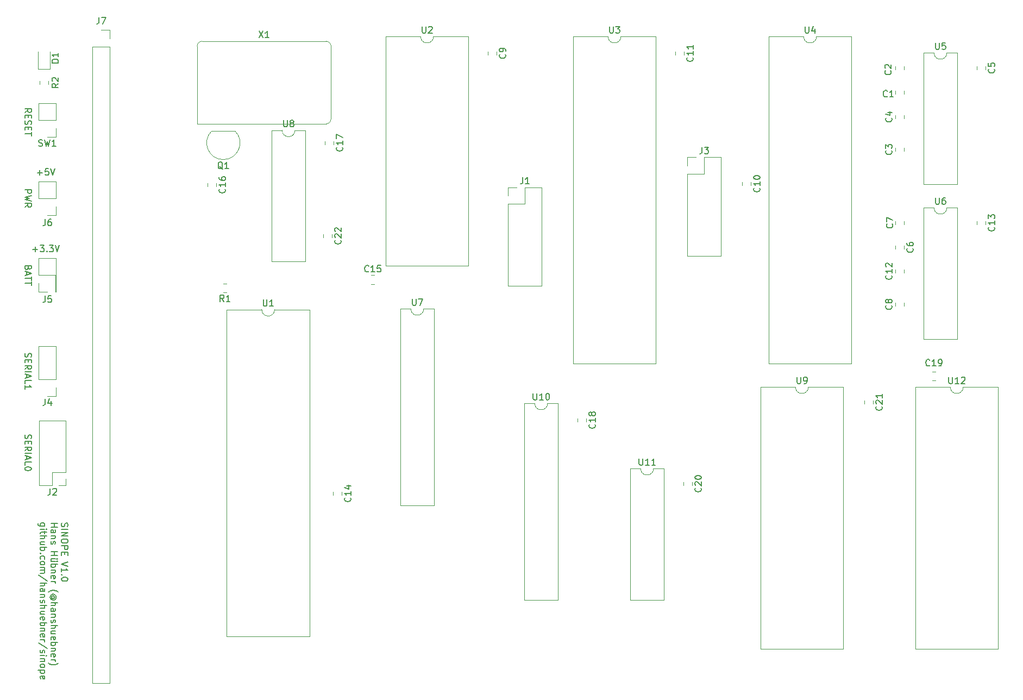
<source format=gbr>
G04 #@! TF.GenerationSoftware,KiCad,Pcbnew,(5.1.5-0-10_14)*
G04 #@! TF.CreationDate,2020-04-20T13:05:25+02:00*
G04 #@! TF.ProjectId,sinope,73696e6f-7065-42e6-9b69-6361645f7063,rev?*
G04 #@! TF.SameCoordinates,Original*
G04 #@! TF.FileFunction,Legend,Top*
G04 #@! TF.FilePolarity,Positive*
%FSLAX46Y46*%
G04 Gerber Fmt 4.6, Leading zero omitted, Abs format (unit mm)*
G04 Created by KiCad (PCBNEW (5.1.5-0-10_14)) date 2020-04-20 13:05:25*
%MOMM*%
%LPD*%
G04 APERTURE LIST*
%ADD10C,0.150000*%
%ADD11C,0.120000*%
G04 APERTURE END LIST*
D10*
X46457238Y-102395976D02*
X46409619Y-102538833D01*
X46409619Y-102776928D01*
X46457238Y-102872166D01*
X46504857Y-102919785D01*
X46600095Y-102967404D01*
X46695333Y-102967404D01*
X46790571Y-102919785D01*
X46838190Y-102872166D01*
X46885809Y-102776928D01*
X46933428Y-102586452D01*
X46981047Y-102491214D01*
X47028666Y-102443595D01*
X47123904Y-102395976D01*
X47219142Y-102395976D01*
X47314380Y-102443595D01*
X47362000Y-102491214D01*
X47409619Y-102586452D01*
X47409619Y-102824547D01*
X47362000Y-102967404D01*
X46409619Y-103395976D02*
X47409619Y-103395976D01*
X46409619Y-103872166D02*
X47409619Y-103872166D01*
X46409619Y-104443595D01*
X47409619Y-104443595D01*
X47409619Y-105110261D02*
X47409619Y-105300738D01*
X47362000Y-105395976D01*
X47266761Y-105491214D01*
X47076285Y-105538833D01*
X46742952Y-105538833D01*
X46552476Y-105491214D01*
X46457238Y-105395976D01*
X46409619Y-105300738D01*
X46409619Y-105110261D01*
X46457238Y-105015023D01*
X46552476Y-104919785D01*
X46742952Y-104872166D01*
X47076285Y-104872166D01*
X47266761Y-104919785D01*
X47362000Y-105015023D01*
X47409619Y-105110261D01*
X46409619Y-105967404D02*
X47409619Y-105967404D01*
X47409619Y-106348357D01*
X47362000Y-106443595D01*
X47314380Y-106491214D01*
X47219142Y-106538833D01*
X47076285Y-106538833D01*
X46981047Y-106491214D01*
X46933428Y-106443595D01*
X46885809Y-106348357D01*
X46885809Y-105967404D01*
X46933428Y-106967404D02*
X46933428Y-107300738D01*
X46409619Y-107443595D02*
X46409619Y-106967404D01*
X47409619Y-106967404D01*
X47409619Y-107443595D01*
X47409619Y-108491214D02*
X46409619Y-108824547D01*
X47409619Y-109157880D01*
X46409619Y-110015023D02*
X46409619Y-109443595D01*
X46409619Y-109729309D02*
X47409619Y-109729309D01*
X47266761Y-109634071D01*
X47171523Y-109538833D01*
X47123904Y-109443595D01*
X46504857Y-110443595D02*
X46457238Y-110491214D01*
X46409619Y-110443595D01*
X46457238Y-110395976D01*
X46504857Y-110443595D01*
X46409619Y-110443595D01*
X47409619Y-111110261D02*
X47409619Y-111205500D01*
X47362000Y-111300738D01*
X47314380Y-111348357D01*
X47219142Y-111395976D01*
X47028666Y-111443595D01*
X46790571Y-111443595D01*
X46600095Y-111395976D01*
X46504857Y-111348357D01*
X46457238Y-111300738D01*
X46409619Y-111205500D01*
X46409619Y-111110261D01*
X46457238Y-111015023D01*
X46504857Y-110967404D01*
X46600095Y-110919785D01*
X46790571Y-110872166D01*
X47028666Y-110872166D01*
X47219142Y-110919785D01*
X47314380Y-110967404D01*
X47362000Y-111015023D01*
X47409619Y-111110261D01*
X44759619Y-102443595D02*
X45759619Y-102443595D01*
X45283428Y-102443595D02*
X45283428Y-103015023D01*
X44759619Y-103015023D02*
X45759619Y-103015023D01*
X44759619Y-103919785D02*
X45283428Y-103919785D01*
X45378666Y-103872166D01*
X45426285Y-103776928D01*
X45426285Y-103586452D01*
X45378666Y-103491214D01*
X44807238Y-103919785D02*
X44759619Y-103824547D01*
X44759619Y-103586452D01*
X44807238Y-103491214D01*
X44902476Y-103443595D01*
X44997714Y-103443595D01*
X45092952Y-103491214D01*
X45140571Y-103586452D01*
X45140571Y-103824547D01*
X45188190Y-103919785D01*
X45426285Y-104395976D02*
X44759619Y-104395976D01*
X45331047Y-104395976D02*
X45378666Y-104443595D01*
X45426285Y-104538833D01*
X45426285Y-104681690D01*
X45378666Y-104776928D01*
X45283428Y-104824547D01*
X44759619Y-104824547D01*
X44807238Y-105253119D02*
X44759619Y-105348357D01*
X44759619Y-105538833D01*
X44807238Y-105634071D01*
X44902476Y-105681690D01*
X44950095Y-105681690D01*
X45045333Y-105634071D01*
X45092952Y-105538833D01*
X45092952Y-105395976D01*
X45140571Y-105300738D01*
X45235809Y-105253119D01*
X45283428Y-105253119D01*
X45378666Y-105300738D01*
X45426285Y-105395976D01*
X45426285Y-105538833D01*
X45378666Y-105634071D01*
X44759619Y-106872166D02*
X45759619Y-106872166D01*
X45283428Y-106872166D02*
X45283428Y-107443595D01*
X44759619Y-107443595D02*
X45759619Y-107443595D01*
X45426285Y-108348357D02*
X44759619Y-108348357D01*
X45426285Y-107919785D02*
X44902476Y-107919785D01*
X44807238Y-107967404D01*
X44759619Y-108062642D01*
X44759619Y-108205500D01*
X44807238Y-108300738D01*
X44854857Y-108348357D01*
X45759619Y-107967404D02*
X45712000Y-108015023D01*
X45664380Y-107967404D01*
X45712000Y-107919785D01*
X45759619Y-107967404D01*
X45664380Y-107967404D01*
X45759619Y-108348357D02*
X45712000Y-108395976D01*
X45664380Y-108348357D01*
X45712000Y-108300738D01*
X45759619Y-108348357D01*
X45664380Y-108348357D01*
X44759619Y-108824547D02*
X45759619Y-108824547D01*
X45378666Y-108824547D02*
X45426285Y-108919785D01*
X45426285Y-109110261D01*
X45378666Y-109205500D01*
X45331047Y-109253119D01*
X45235809Y-109300738D01*
X44950095Y-109300738D01*
X44854857Y-109253119D01*
X44807238Y-109205500D01*
X44759619Y-109110261D01*
X44759619Y-108919785D01*
X44807238Y-108824547D01*
X45426285Y-109729309D02*
X44759619Y-109729309D01*
X45331047Y-109729309D02*
X45378666Y-109776928D01*
X45426285Y-109872166D01*
X45426285Y-110015023D01*
X45378666Y-110110261D01*
X45283428Y-110157880D01*
X44759619Y-110157880D01*
X44807238Y-111015023D02*
X44759619Y-110919785D01*
X44759619Y-110729309D01*
X44807238Y-110634071D01*
X44902476Y-110586452D01*
X45283428Y-110586452D01*
X45378666Y-110634071D01*
X45426285Y-110729309D01*
X45426285Y-110919785D01*
X45378666Y-111015023D01*
X45283428Y-111062642D01*
X45188190Y-111062642D01*
X45092952Y-110586452D01*
X44759619Y-111491214D02*
X45426285Y-111491214D01*
X45235809Y-111491214D02*
X45331047Y-111538833D01*
X45378666Y-111586452D01*
X45426285Y-111681690D01*
X45426285Y-111776928D01*
X44378666Y-113157880D02*
X44426285Y-113110261D01*
X44569142Y-113015023D01*
X44664380Y-112967404D01*
X44807238Y-112919785D01*
X45045333Y-112872166D01*
X45235809Y-112872166D01*
X45473904Y-112919785D01*
X45616761Y-112967404D01*
X45712000Y-113015023D01*
X45854857Y-113110261D01*
X45902476Y-113157880D01*
X45235809Y-114157880D02*
X45283428Y-114110261D01*
X45331047Y-114015023D01*
X45331047Y-113919785D01*
X45283428Y-113824547D01*
X45235809Y-113776928D01*
X45140571Y-113729309D01*
X45045333Y-113729309D01*
X44950095Y-113776928D01*
X44902476Y-113824547D01*
X44854857Y-113919785D01*
X44854857Y-114015023D01*
X44902476Y-114110261D01*
X44950095Y-114157880D01*
X45331047Y-114157880D02*
X44950095Y-114157880D01*
X44902476Y-114205500D01*
X44902476Y-114253119D01*
X44950095Y-114348357D01*
X45045333Y-114395976D01*
X45283428Y-114395976D01*
X45426285Y-114300738D01*
X45521523Y-114157880D01*
X45569142Y-113967404D01*
X45521523Y-113776928D01*
X45426285Y-113634071D01*
X45283428Y-113538833D01*
X45092952Y-113491214D01*
X44902476Y-113538833D01*
X44759619Y-113634071D01*
X44664380Y-113776928D01*
X44616761Y-113967404D01*
X44664380Y-114157880D01*
X44759619Y-114300738D01*
X44759619Y-114824547D02*
X45759619Y-114824547D01*
X44759619Y-115253119D02*
X45283428Y-115253119D01*
X45378666Y-115205500D01*
X45426285Y-115110261D01*
X45426285Y-114967404D01*
X45378666Y-114872166D01*
X45331047Y-114824547D01*
X44759619Y-116157880D02*
X45283428Y-116157880D01*
X45378666Y-116110261D01*
X45426285Y-116015023D01*
X45426285Y-115824547D01*
X45378666Y-115729309D01*
X44807238Y-116157880D02*
X44759619Y-116062642D01*
X44759619Y-115824547D01*
X44807238Y-115729309D01*
X44902476Y-115681690D01*
X44997714Y-115681690D01*
X45092952Y-115729309D01*
X45140571Y-115824547D01*
X45140571Y-116062642D01*
X45188190Y-116157880D01*
X45426285Y-116634071D02*
X44759619Y-116634071D01*
X45331047Y-116634071D02*
X45378666Y-116681690D01*
X45426285Y-116776928D01*
X45426285Y-116919785D01*
X45378666Y-117015023D01*
X45283428Y-117062642D01*
X44759619Y-117062642D01*
X44807238Y-117491214D02*
X44759619Y-117586452D01*
X44759619Y-117776928D01*
X44807238Y-117872166D01*
X44902476Y-117919785D01*
X44950095Y-117919785D01*
X45045333Y-117872166D01*
X45092952Y-117776928D01*
X45092952Y-117634071D01*
X45140571Y-117538833D01*
X45235809Y-117491214D01*
X45283428Y-117491214D01*
X45378666Y-117538833D01*
X45426285Y-117634071D01*
X45426285Y-117776928D01*
X45378666Y-117872166D01*
X44759619Y-118348357D02*
X45759619Y-118348357D01*
X44759619Y-118776928D02*
X45283428Y-118776928D01*
X45378666Y-118729309D01*
X45426285Y-118634071D01*
X45426285Y-118491214D01*
X45378666Y-118395976D01*
X45331047Y-118348357D01*
X45426285Y-119681690D02*
X44759619Y-119681690D01*
X45426285Y-119253119D02*
X44902476Y-119253119D01*
X44807238Y-119300738D01*
X44759619Y-119395976D01*
X44759619Y-119538833D01*
X44807238Y-119634071D01*
X44854857Y-119681690D01*
X44807238Y-120538833D02*
X44759619Y-120443595D01*
X44759619Y-120253119D01*
X44807238Y-120157880D01*
X44902476Y-120110261D01*
X45283428Y-120110261D01*
X45378666Y-120157880D01*
X45426285Y-120253119D01*
X45426285Y-120443595D01*
X45378666Y-120538833D01*
X45283428Y-120586452D01*
X45188190Y-120586452D01*
X45092952Y-120110261D01*
X44759619Y-121015023D02*
X45759619Y-121015023D01*
X45378666Y-121015023D02*
X45426285Y-121110261D01*
X45426285Y-121300738D01*
X45378666Y-121395976D01*
X45331047Y-121443595D01*
X45235809Y-121491214D01*
X44950095Y-121491214D01*
X44854857Y-121443595D01*
X44807238Y-121395976D01*
X44759619Y-121300738D01*
X44759619Y-121110261D01*
X44807238Y-121015023D01*
X45426285Y-121919785D02*
X44759619Y-121919785D01*
X45331047Y-121919785D02*
X45378666Y-121967404D01*
X45426285Y-122062642D01*
X45426285Y-122205500D01*
X45378666Y-122300738D01*
X45283428Y-122348357D01*
X44759619Y-122348357D01*
X44807238Y-123205500D02*
X44759619Y-123110261D01*
X44759619Y-122919785D01*
X44807238Y-122824547D01*
X44902476Y-122776928D01*
X45283428Y-122776928D01*
X45378666Y-122824547D01*
X45426285Y-122919785D01*
X45426285Y-123110261D01*
X45378666Y-123205500D01*
X45283428Y-123253119D01*
X45188190Y-123253119D01*
X45092952Y-122776928D01*
X44759619Y-123681690D02*
X45426285Y-123681690D01*
X45235809Y-123681690D02*
X45331047Y-123729309D01*
X45378666Y-123776928D01*
X45426285Y-123872166D01*
X45426285Y-123967404D01*
X44378666Y-124205500D02*
X44426285Y-124253119D01*
X44569142Y-124348357D01*
X44664380Y-124395976D01*
X44807238Y-124443595D01*
X45045333Y-124491214D01*
X45235809Y-124491214D01*
X45473904Y-124443595D01*
X45616761Y-124395976D01*
X45711999Y-124348357D01*
X45854857Y-124253119D01*
X45902476Y-124205500D01*
X43776285Y-102872166D02*
X42966761Y-102872166D01*
X42871523Y-102824547D01*
X42823904Y-102776928D01*
X42776285Y-102681690D01*
X42776285Y-102538833D01*
X42823904Y-102443595D01*
X43157238Y-102872166D02*
X43109619Y-102776928D01*
X43109619Y-102586452D01*
X43157238Y-102491214D01*
X43204857Y-102443595D01*
X43300095Y-102395976D01*
X43585809Y-102395976D01*
X43681047Y-102443595D01*
X43728666Y-102491214D01*
X43776285Y-102586452D01*
X43776285Y-102776928D01*
X43728666Y-102872166D01*
X43109619Y-103348357D02*
X43776285Y-103348357D01*
X44109619Y-103348357D02*
X44062000Y-103300738D01*
X44014380Y-103348357D01*
X44062000Y-103395976D01*
X44109619Y-103348357D01*
X44014380Y-103348357D01*
X43776285Y-103681690D02*
X43776285Y-104062642D01*
X44109619Y-103824547D02*
X43252476Y-103824547D01*
X43157238Y-103872166D01*
X43109619Y-103967404D01*
X43109619Y-104062642D01*
X43109619Y-104395976D02*
X44109619Y-104395976D01*
X43109619Y-104824547D02*
X43633428Y-104824547D01*
X43728666Y-104776928D01*
X43776285Y-104681690D01*
X43776285Y-104538833D01*
X43728666Y-104443595D01*
X43681047Y-104395976D01*
X43776285Y-105729309D02*
X43109619Y-105729309D01*
X43776285Y-105300738D02*
X43252476Y-105300738D01*
X43157238Y-105348357D01*
X43109619Y-105443595D01*
X43109619Y-105586452D01*
X43157238Y-105681690D01*
X43204857Y-105729309D01*
X43109619Y-106205500D02*
X44109619Y-106205500D01*
X43728666Y-106205500D02*
X43776285Y-106300738D01*
X43776285Y-106491214D01*
X43728666Y-106586452D01*
X43681047Y-106634071D01*
X43585809Y-106681690D01*
X43300095Y-106681690D01*
X43204857Y-106634071D01*
X43157238Y-106586452D01*
X43109619Y-106491214D01*
X43109619Y-106300738D01*
X43157238Y-106205500D01*
X43204857Y-107110261D02*
X43157238Y-107157880D01*
X43109619Y-107110261D01*
X43157238Y-107062642D01*
X43204857Y-107110261D01*
X43109619Y-107110261D01*
X43157238Y-108015023D02*
X43109619Y-107919785D01*
X43109619Y-107729309D01*
X43157238Y-107634071D01*
X43204857Y-107586452D01*
X43300095Y-107538833D01*
X43585809Y-107538833D01*
X43681047Y-107586452D01*
X43728666Y-107634071D01*
X43776285Y-107729309D01*
X43776285Y-107919785D01*
X43728666Y-108015023D01*
X43109619Y-108586452D02*
X43157238Y-108491214D01*
X43204857Y-108443595D01*
X43300095Y-108395976D01*
X43585809Y-108395976D01*
X43681047Y-108443595D01*
X43728666Y-108491214D01*
X43776285Y-108586452D01*
X43776285Y-108729309D01*
X43728666Y-108824547D01*
X43681047Y-108872166D01*
X43585809Y-108919785D01*
X43300095Y-108919785D01*
X43204857Y-108872166D01*
X43157238Y-108824547D01*
X43109619Y-108729309D01*
X43109619Y-108586452D01*
X43109619Y-109348357D02*
X43776285Y-109348357D01*
X43681047Y-109348357D02*
X43728666Y-109395976D01*
X43776285Y-109491214D01*
X43776285Y-109634071D01*
X43728666Y-109729309D01*
X43633428Y-109776928D01*
X43109619Y-109776928D01*
X43633428Y-109776928D02*
X43728666Y-109824547D01*
X43776285Y-109919785D01*
X43776285Y-110062642D01*
X43728666Y-110157880D01*
X43633428Y-110205500D01*
X43109619Y-110205500D01*
X44157238Y-111395976D02*
X42871523Y-110538833D01*
X43109619Y-111729309D02*
X44109619Y-111729309D01*
X43109619Y-112157880D02*
X43633428Y-112157880D01*
X43728666Y-112110261D01*
X43776285Y-112015023D01*
X43776285Y-111872166D01*
X43728666Y-111776928D01*
X43681047Y-111729309D01*
X43109619Y-113062642D02*
X43633428Y-113062642D01*
X43728666Y-113015023D01*
X43776285Y-112919785D01*
X43776285Y-112729309D01*
X43728666Y-112634071D01*
X43157238Y-113062642D02*
X43109619Y-112967404D01*
X43109619Y-112729309D01*
X43157238Y-112634071D01*
X43252476Y-112586452D01*
X43347714Y-112586452D01*
X43442952Y-112634071D01*
X43490571Y-112729309D01*
X43490571Y-112967404D01*
X43538190Y-113062642D01*
X43776285Y-113538833D02*
X43109619Y-113538833D01*
X43681047Y-113538833D02*
X43728666Y-113586452D01*
X43776285Y-113681690D01*
X43776285Y-113824547D01*
X43728666Y-113919785D01*
X43633428Y-113967404D01*
X43109619Y-113967404D01*
X43157238Y-114395976D02*
X43109619Y-114491214D01*
X43109619Y-114681690D01*
X43157238Y-114776928D01*
X43252476Y-114824547D01*
X43300095Y-114824547D01*
X43395333Y-114776928D01*
X43442952Y-114681690D01*
X43442952Y-114538833D01*
X43490571Y-114443595D01*
X43585809Y-114395976D01*
X43633428Y-114395976D01*
X43728666Y-114443595D01*
X43776285Y-114538833D01*
X43776285Y-114681690D01*
X43728666Y-114776928D01*
X43109619Y-115253119D02*
X44109619Y-115253119D01*
X43109619Y-115681690D02*
X43633428Y-115681690D01*
X43728666Y-115634071D01*
X43776285Y-115538833D01*
X43776285Y-115395976D01*
X43728666Y-115300738D01*
X43681047Y-115253119D01*
X43776285Y-116586452D02*
X43109619Y-116586452D01*
X43776285Y-116157880D02*
X43252476Y-116157880D01*
X43157238Y-116205500D01*
X43109619Y-116300738D01*
X43109619Y-116443595D01*
X43157238Y-116538833D01*
X43204857Y-116586452D01*
X43157238Y-117443595D02*
X43109619Y-117348357D01*
X43109619Y-117157880D01*
X43157238Y-117062642D01*
X43252476Y-117015023D01*
X43633428Y-117015023D01*
X43728666Y-117062642D01*
X43776285Y-117157880D01*
X43776285Y-117348357D01*
X43728666Y-117443595D01*
X43633428Y-117491214D01*
X43538190Y-117491214D01*
X43442952Y-117015023D01*
X43109619Y-117919785D02*
X44109619Y-117919785D01*
X43728666Y-117919785D02*
X43776285Y-118015023D01*
X43776285Y-118205500D01*
X43728666Y-118300738D01*
X43681047Y-118348357D01*
X43585809Y-118395976D01*
X43300095Y-118395976D01*
X43204857Y-118348357D01*
X43157238Y-118300738D01*
X43109619Y-118205500D01*
X43109619Y-118015023D01*
X43157238Y-117919785D01*
X43776285Y-118824547D02*
X43109619Y-118824547D01*
X43681047Y-118824547D02*
X43728666Y-118872166D01*
X43776285Y-118967404D01*
X43776285Y-119110261D01*
X43728666Y-119205500D01*
X43633428Y-119253119D01*
X43109619Y-119253119D01*
X43157238Y-120110261D02*
X43109619Y-120015023D01*
X43109619Y-119824547D01*
X43157238Y-119729309D01*
X43252476Y-119681690D01*
X43633428Y-119681690D01*
X43728666Y-119729309D01*
X43776285Y-119824547D01*
X43776285Y-120015023D01*
X43728666Y-120110261D01*
X43633428Y-120157880D01*
X43538190Y-120157880D01*
X43442952Y-119681690D01*
X43109619Y-120586452D02*
X43776285Y-120586452D01*
X43585809Y-120586452D02*
X43681047Y-120634071D01*
X43728666Y-120681690D01*
X43776285Y-120776928D01*
X43776285Y-120872166D01*
X44157238Y-121919785D02*
X42871523Y-121062642D01*
X43157238Y-122205500D02*
X43109619Y-122300738D01*
X43109619Y-122491214D01*
X43157238Y-122586452D01*
X43252476Y-122634071D01*
X43300095Y-122634071D01*
X43395333Y-122586452D01*
X43442952Y-122491214D01*
X43442952Y-122348357D01*
X43490571Y-122253119D01*
X43585809Y-122205500D01*
X43633428Y-122205500D01*
X43728666Y-122253119D01*
X43776285Y-122348357D01*
X43776285Y-122491214D01*
X43728666Y-122586452D01*
X43109619Y-123062642D02*
X43776285Y-123062642D01*
X44109619Y-123062642D02*
X44061999Y-123015023D01*
X44014380Y-123062642D01*
X44061999Y-123110261D01*
X44109619Y-123062642D01*
X44014380Y-123062642D01*
X43776285Y-123538833D02*
X43109619Y-123538833D01*
X43681047Y-123538833D02*
X43728666Y-123586452D01*
X43776285Y-123681690D01*
X43776285Y-123824547D01*
X43728666Y-123919785D01*
X43633428Y-123967404D01*
X43109619Y-123967404D01*
X43109619Y-124586452D02*
X43157238Y-124491214D01*
X43204857Y-124443595D01*
X43300095Y-124395976D01*
X43585809Y-124395976D01*
X43681047Y-124443595D01*
X43728666Y-124491214D01*
X43776285Y-124586452D01*
X43776285Y-124729309D01*
X43728666Y-124824547D01*
X43681047Y-124872166D01*
X43585809Y-124919785D01*
X43300095Y-124919785D01*
X43204857Y-124872166D01*
X43157238Y-124824547D01*
X43109619Y-124729309D01*
X43109619Y-124586452D01*
X43776285Y-125348357D02*
X42776285Y-125348357D01*
X43728666Y-125348357D02*
X43776285Y-125443595D01*
X43776285Y-125634071D01*
X43728666Y-125729309D01*
X43681047Y-125776928D01*
X43585809Y-125824547D01*
X43300095Y-125824547D01*
X43204857Y-125776928D01*
X43157238Y-125729309D01*
X43109619Y-125634071D01*
X43109619Y-125443595D01*
X43157238Y-125348357D01*
X43157238Y-126634071D02*
X43109619Y-126538833D01*
X43109619Y-126348357D01*
X43157238Y-126253119D01*
X43252476Y-126205500D01*
X43633428Y-126205500D01*
X43728666Y-126253119D01*
X43776285Y-126348357D01*
X43776285Y-126538833D01*
X43728666Y-126634071D01*
X43633428Y-126681690D01*
X43538190Y-126681690D01*
X43442952Y-126205500D01*
X40743238Y-75954285D02*
X40695619Y-76097142D01*
X40695619Y-76335238D01*
X40743238Y-76430476D01*
X40790857Y-76478095D01*
X40886095Y-76525714D01*
X40981333Y-76525714D01*
X41076571Y-76478095D01*
X41124190Y-76430476D01*
X41171809Y-76335238D01*
X41219428Y-76144761D01*
X41267047Y-76049523D01*
X41314666Y-76001904D01*
X41409904Y-75954285D01*
X41505142Y-75954285D01*
X41600380Y-76001904D01*
X41648000Y-76049523D01*
X41695619Y-76144761D01*
X41695619Y-76382857D01*
X41648000Y-76525714D01*
X41219428Y-76954285D02*
X41219428Y-77287619D01*
X40695619Y-77430476D02*
X40695619Y-76954285D01*
X41695619Y-76954285D01*
X41695619Y-77430476D01*
X40695619Y-78430476D02*
X41171809Y-78097142D01*
X40695619Y-77859047D02*
X41695619Y-77859047D01*
X41695619Y-78240000D01*
X41648000Y-78335238D01*
X41600380Y-78382857D01*
X41505142Y-78430476D01*
X41362285Y-78430476D01*
X41267047Y-78382857D01*
X41219428Y-78335238D01*
X41171809Y-78240000D01*
X41171809Y-77859047D01*
X40695619Y-78859047D02*
X41695619Y-78859047D01*
X40981333Y-79287619D02*
X40981333Y-79763809D01*
X40695619Y-79192380D02*
X41695619Y-79525714D01*
X40695619Y-79859047D01*
X40695619Y-80668571D02*
X40695619Y-80192380D01*
X41695619Y-80192380D01*
X40695619Y-81525714D02*
X40695619Y-80954285D01*
X40695619Y-81240000D02*
X41695619Y-81240000D01*
X41552761Y-81144761D01*
X41457523Y-81049523D01*
X41409904Y-80954285D01*
X40743238Y-88654285D02*
X40695619Y-88797142D01*
X40695619Y-89035238D01*
X40743238Y-89130476D01*
X40790857Y-89178095D01*
X40886095Y-89225714D01*
X40981333Y-89225714D01*
X41076571Y-89178095D01*
X41124190Y-89130476D01*
X41171809Y-89035238D01*
X41219428Y-88844761D01*
X41267047Y-88749523D01*
X41314666Y-88701904D01*
X41409904Y-88654285D01*
X41505142Y-88654285D01*
X41600380Y-88701904D01*
X41648000Y-88749523D01*
X41695619Y-88844761D01*
X41695619Y-89082857D01*
X41648000Y-89225714D01*
X41219428Y-89654285D02*
X41219428Y-89987619D01*
X40695619Y-90130476D02*
X40695619Y-89654285D01*
X41695619Y-89654285D01*
X41695619Y-90130476D01*
X40695619Y-91130476D02*
X41171809Y-90797142D01*
X40695619Y-90559047D02*
X41695619Y-90559047D01*
X41695619Y-90940000D01*
X41648000Y-91035238D01*
X41600380Y-91082857D01*
X41505142Y-91130476D01*
X41362285Y-91130476D01*
X41267047Y-91082857D01*
X41219428Y-91035238D01*
X41171809Y-90940000D01*
X41171809Y-90559047D01*
X40695619Y-91559047D02*
X41695619Y-91559047D01*
X40981333Y-91987619D02*
X40981333Y-92463809D01*
X40695619Y-91892380D02*
X41695619Y-92225714D01*
X40695619Y-92559047D01*
X40695619Y-93368571D02*
X40695619Y-92892380D01*
X41695619Y-92892380D01*
X41695619Y-93892380D02*
X41695619Y-93987619D01*
X41648000Y-94082857D01*
X41600380Y-94130476D01*
X41505142Y-94178095D01*
X41314666Y-94225714D01*
X41076571Y-94225714D01*
X40886095Y-94178095D01*
X40790857Y-94130476D01*
X40743238Y-94082857D01*
X40695619Y-93987619D01*
X40695619Y-93892380D01*
X40743238Y-93797142D01*
X40790857Y-93749523D01*
X40886095Y-93701904D01*
X41076571Y-93654285D01*
X41314666Y-93654285D01*
X41505142Y-93701904D01*
X41600380Y-93749523D01*
X41648000Y-93797142D01*
X41695619Y-93892380D01*
X41942000Y-59761428D02*
X42703904Y-59761428D01*
X42322952Y-60142380D02*
X42322952Y-59380476D01*
X43084857Y-59142380D02*
X43703904Y-59142380D01*
X43370571Y-59523333D01*
X43513428Y-59523333D01*
X43608666Y-59570952D01*
X43656285Y-59618571D01*
X43703904Y-59713809D01*
X43703904Y-59951904D01*
X43656285Y-60047142D01*
X43608666Y-60094761D01*
X43513428Y-60142380D01*
X43227714Y-60142380D01*
X43132476Y-60094761D01*
X43084857Y-60047142D01*
X44132476Y-60047142D02*
X44180095Y-60094761D01*
X44132476Y-60142380D01*
X44084857Y-60094761D01*
X44132476Y-60047142D01*
X44132476Y-60142380D01*
X44513428Y-59142380D02*
X45132476Y-59142380D01*
X44799142Y-59523333D01*
X44942000Y-59523333D01*
X45037238Y-59570952D01*
X45084857Y-59618571D01*
X45132476Y-59713809D01*
X45132476Y-59951904D01*
X45084857Y-60047142D01*
X45037238Y-60094761D01*
X44942000Y-60142380D01*
X44656285Y-60142380D01*
X44561047Y-60094761D01*
X44513428Y-60047142D01*
X45418190Y-59142380D02*
X45751523Y-60142380D01*
X46084857Y-59142380D01*
X41219428Y-62634952D02*
X41171809Y-62777809D01*
X41124190Y-62825428D01*
X41028952Y-62873047D01*
X40886095Y-62873047D01*
X40790857Y-62825428D01*
X40743238Y-62777809D01*
X40695619Y-62682571D01*
X40695619Y-62301619D01*
X41695619Y-62301619D01*
X41695619Y-62634952D01*
X41648000Y-62730190D01*
X41600380Y-62777809D01*
X41505142Y-62825428D01*
X41409904Y-62825428D01*
X41314666Y-62777809D01*
X41267047Y-62730190D01*
X41219428Y-62634952D01*
X41219428Y-62301619D01*
X40981333Y-63254000D02*
X40981333Y-63730190D01*
X40695619Y-63158761D02*
X41695619Y-63492095D01*
X40695619Y-63825428D01*
X41695619Y-64015904D02*
X41695619Y-64587333D01*
X40695619Y-64301619D02*
X41695619Y-64301619D01*
X41695619Y-64777809D02*
X41695619Y-65349238D01*
X40695619Y-65063523D02*
X41695619Y-65063523D01*
X42656285Y-47823428D02*
X43418190Y-47823428D01*
X43037238Y-48204380D02*
X43037238Y-47442476D01*
X44370571Y-47204380D02*
X43894380Y-47204380D01*
X43846761Y-47680571D01*
X43894380Y-47632952D01*
X43989619Y-47585333D01*
X44227714Y-47585333D01*
X44322952Y-47632952D01*
X44370571Y-47680571D01*
X44418190Y-47775809D01*
X44418190Y-48013904D01*
X44370571Y-48109142D01*
X44322952Y-48156761D01*
X44227714Y-48204380D01*
X43989619Y-48204380D01*
X43894380Y-48156761D01*
X43846761Y-48109142D01*
X44703904Y-47204380D02*
X45037238Y-48204380D01*
X45370571Y-47204380D01*
X40695619Y-38425619D02*
X41171809Y-38092285D01*
X40695619Y-37854190D02*
X41695619Y-37854190D01*
X41695619Y-38235142D01*
X41648000Y-38330380D01*
X41600380Y-38378000D01*
X41505142Y-38425619D01*
X41362285Y-38425619D01*
X41267047Y-38378000D01*
X41219428Y-38330380D01*
X41171809Y-38235142D01*
X41171809Y-37854190D01*
X41219428Y-38854190D02*
X41219428Y-39187523D01*
X40695619Y-39330380D02*
X40695619Y-38854190D01*
X41695619Y-38854190D01*
X41695619Y-39330380D01*
X40743238Y-39711333D02*
X40695619Y-39854190D01*
X40695619Y-40092285D01*
X40743238Y-40187523D01*
X40790857Y-40235142D01*
X40886095Y-40282761D01*
X40981333Y-40282761D01*
X41076571Y-40235142D01*
X41124190Y-40187523D01*
X41171809Y-40092285D01*
X41219428Y-39901809D01*
X41267047Y-39806571D01*
X41314666Y-39758952D01*
X41409904Y-39711333D01*
X41505142Y-39711333D01*
X41600380Y-39758952D01*
X41648000Y-39806571D01*
X41695619Y-39901809D01*
X41695619Y-40139904D01*
X41648000Y-40282761D01*
X41219428Y-40711333D02*
X41219428Y-41044666D01*
X40695619Y-41187523D02*
X40695619Y-40711333D01*
X41695619Y-40711333D01*
X41695619Y-41187523D01*
X41695619Y-41473238D02*
X41695619Y-42044666D01*
X40695619Y-41758952D02*
X41695619Y-41758952D01*
X40695619Y-50482666D02*
X41695619Y-50482666D01*
X41695619Y-50863619D01*
X41648000Y-50958857D01*
X41600380Y-51006476D01*
X41505142Y-51054095D01*
X41362285Y-51054095D01*
X41267047Y-51006476D01*
X41219428Y-50958857D01*
X41171809Y-50863619D01*
X41171809Y-50482666D01*
X41695619Y-51387428D02*
X40695619Y-51625523D01*
X41409904Y-51816000D01*
X40695619Y-52006476D01*
X41695619Y-52244571D01*
X40695619Y-53196952D02*
X41171809Y-52863619D01*
X40695619Y-52625523D02*
X41695619Y-52625523D01*
X41695619Y-53006476D01*
X41648000Y-53101714D01*
X41600380Y-53149333D01*
X41505142Y-53196952D01*
X41362285Y-53196952D01*
X41267047Y-53149333D01*
X41219428Y-53101714D01*
X41171809Y-53006476D01*
X41171809Y-52625523D01*
D11*
X168258000Y-81220000D02*
X162798000Y-81220000D01*
X168258000Y-121980000D02*
X168258000Y-81220000D01*
X155338000Y-121980000D02*
X168258000Y-121980000D01*
X155338000Y-81220000D02*
X155338000Y-121980000D01*
X160798000Y-81220000D02*
X155338000Y-81220000D01*
X162798000Y-81220000D02*
G75*
G02X160798000Y-81220000I-1000000J0D01*
G01*
X52578000Y-25594000D02*
X53908000Y-25594000D01*
X53908000Y-25594000D02*
X53908000Y-26924000D01*
X53908000Y-28194000D02*
X53908000Y-127314000D01*
X51248000Y-127314000D02*
X53908000Y-127314000D01*
X51248000Y-28194000D02*
X51248000Y-127314000D01*
X51248000Y-28194000D02*
X53908000Y-28194000D01*
X45526000Y-42224000D02*
X44196000Y-42224000D01*
X45526000Y-40894000D02*
X45526000Y-42224000D01*
X45526000Y-39624000D02*
X42866000Y-39624000D01*
X42866000Y-39624000D02*
X42866000Y-37024000D01*
X45526000Y-39624000D02*
X45526000Y-37024000D01*
X45526000Y-37024000D02*
X42866000Y-37024000D01*
X47034000Y-96564000D02*
X45974000Y-96564000D01*
X47034000Y-95504000D02*
X47034000Y-96564000D01*
X44974000Y-96564000D02*
X42914000Y-96564000D01*
X44974000Y-94504000D02*
X44974000Y-96564000D01*
X47034000Y-94504000D02*
X44974000Y-94504000D01*
X42914000Y-96564000D02*
X42914000Y-86444000D01*
X47034000Y-94504000D02*
X47034000Y-86444000D01*
X47034000Y-86444000D02*
X42914000Y-86444000D01*
X186038000Y-29150000D02*
X184388000Y-29150000D01*
X186038000Y-49590000D02*
X186038000Y-29150000D01*
X180738000Y-49590000D02*
X186038000Y-49590000D01*
X180738000Y-29150000D02*
X180738000Y-49590000D01*
X182388000Y-29150000D02*
X180738000Y-29150000D01*
X184388000Y-29150000D02*
G75*
G02X182388000Y-29150000I-1000000J0D01*
G01*
X177748000Y-39374578D02*
X177748000Y-38857422D01*
X176328000Y-39374578D02*
X176328000Y-38857422D01*
X171502000Y-83307422D02*
X171502000Y-83824578D01*
X172922000Y-83307422D02*
X172922000Y-83824578D01*
X143958000Y-45406000D02*
X145288000Y-45406000D01*
X143958000Y-46736000D02*
X143958000Y-45406000D01*
X146558000Y-45406000D02*
X149158000Y-45406000D01*
X146558000Y-48006000D02*
X146558000Y-45406000D01*
X143958000Y-48006000D02*
X146558000Y-48006000D01*
X149158000Y-45406000D02*
X149158000Y-60766000D01*
X143958000Y-48006000D02*
X143958000Y-60766000D01*
X143958000Y-60766000D02*
X149158000Y-60766000D01*
X169528000Y-26610000D02*
X164068000Y-26610000D01*
X169528000Y-77530000D02*
X169528000Y-26610000D01*
X156608000Y-77530000D02*
X169528000Y-77530000D01*
X156608000Y-26610000D02*
X156608000Y-77530000D01*
X162068000Y-26610000D02*
X156608000Y-26610000D01*
X164068000Y-26610000D02*
G75*
G02X162068000Y-26610000I-1000000J0D01*
G01*
X85073000Y-69155000D02*
X79613000Y-69155000D01*
X85073000Y-120075000D02*
X85073000Y-69155000D01*
X72153000Y-120075000D02*
X85073000Y-120075000D01*
X72153000Y-69155000D02*
X72153000Y-120075000D01*
X77613000Y-69155000D02*
X72153000Y-69155000D01*
X79613000Y-69155000D02*
G75*
G02X77613000Y-69155000I-1000000J0D01*
G01*
X139048000Y-26610000D02*
X133588000Y-26610000D01*
X139048000Y-77530000D02*
X139048000Y-26610000D01*
X126128000Y-77530000D02*
X139048000Y-77530000D01*
X126128000Y-26610000D02*
X126128000Y-77530000D01*
X131588000Y-26610000D02*
X126128000Y-26610000D01*
X133588000Y-26610000D02*
G75*
G02X131588000Y-26610000I-1000000J0D01*
G01*
X84438000Y-41215000D02*
X82788000Y-41215000D01*
X84438000Y-61655000D02*
X84438000Y-41215000D01*
X79138000Y-61655000D02*
X84438000Y-61655000D01*
X79138000Y-41215000D02*
X79138000Y-61655000D01*
X80788000Y-41215000D02*
X79138000Y-41215000D01*
X82788000Y-41215000D02*
G75*
G02X80788000Y-41215000I-1000000J0D01*
G01*
X45526000Y-82610000D02*
X44196000Y-82610000D01*
X45526000Y-81280000D02*
X45526000Y-82610000D01*
X45526000Y-80010000D02*
X42866000Y-80010000D01*
X42866000Y-80010000D02*
X42866000Y-74870000D01*
X45526000Y-80010000D02*
X45526000Y-74870000D01*
X45526000Y-74870000D02*
X42866000Y-74870000D01*
X68278000Y-27332000D02*
G75*
G03X67528000Y-28082000I0J-750000D01*
G01*
X88428000Y-28082000D02*
G75*
G03X87678000Y-27332000I-750000J0D01*
G01*
X87678000Y-40232000D02*
G75*
G03X88428000Y-39482000I0J750000D01*
G01*
X67528000Y-40232000D02*
X87678000Y-40232000D01*
X88428000Y-39482000D02*
X88428000Y-28082000D01*
X87678000Y-27332000D02*
X68278000Y-27332000D01*
X67528000Y-28082000D02*
X67528000Y-40232000D01*
X192388000Y-81220000D02*
X186928000Y-81220000D01*
X192388000Y-121980000D02*
X192388000Y-81220000D01*
X179468000Y-121980000D02*
X192388000Y-121980000D01*
X179468000Y-81220000D02*
X179468000Y-121980000D01*
X184928000Y-81220000D02*
X179468000Y-81220000D01*
X186928000Y-81220000D02*
G75*
G02X184928000Y-81220000I-1000000J0D01*
G01*
X140318000Y-93920000D02*
X138668000Y-93920000D01*
X140318000Y-114360000D02*
X140318000Y-93920000D01*
X135018000Y-114360000D02*
X140318000Y-114360000D01*
X135018000Y-93920000D02*
X135018000Y-114360000D01*
X136668000Y-93920000D02*
X135018000Y-93920000D01*
X138668000Y-93920000D02*
G75*
G02X136668000Y-93920000I-1000000J0D01*
G01*
X123808000Y-83760000D02*
X122158000Y-83760000D01*
X123808000Y-114360000D02*
X123808000Y-83760000D01*
X118508000Y-114360000D02*
X123808000Y-114360000D01*
X118508000Y-83760000D02*
X118508000Y-114360000D01*
X120158000Y-83760000D02*
X118508000Y-83760000D01*
X122158000Y-83760000D02*
G75*
G02X120158000Y-83760000I-1000000J0D01*
G01*
X104504000Y-69028000D02*
X102854000Y-69028000D01*
X104504000Y-99628000D02*
X104504000Y-69028000D01*
X99204000Y-99628000D02*
X104504000Y-99628000D01*
X99204000Y-69028000D02*
X99204000Y-99628000D01*
X100854000Y-69028000D02*
X99204000Y-69028000D01*
X102854000Y-69028000D02*
G75*
G02X100854000Y-69028000I-1000000J0D01*
G01*
X186038000Y-53280000D02*
X184388000Y-53280000D01*
X186038000Y-73720000D02*
X186038000Y-53280000D01*
X180738000Y-73720000D02*
X186038000Y-73720000D01*
X180738000Y-53280000D02*
X180738000Y-73720000D01*
X182388000Y-53280000D02*
X180738000Y-53280000D01*
X184388000Y-53280000D02*
G75*
G02X182388000Y-53280000I-1000000J0D01*
G01*
X109838000Y-26610000D02*
X104378000Y-26610000D01*
X109838000Y-62290000D02*
X109838000Y-26610000D01*
X96918000Y-62290000D02*
X109838000Y-62290000D01*
X96918000Y-26610000D02*
X96918000Y-62290000D01*
X102378000Y-26610000D02*
X96918000Y-26610000D01*
X104378000Y-26610000D02*
G75*
G02X102378000Y-26610000I-1000000J0D01*
G01*
X42978000Y-33523422D02*
X42978000Y-34040578D01*
X44398000Y-33523422D02*
X44398000Y-34040578D01*
X72140578Y-65076000D02*
X71623422Y-65076000D01*
X72140578Y-66496000D02*
X71623422Y-66496000D01*
X69789522Y-41341522D02*
G75*
G03X71628000Y-45780000I1838478J-1838478D01*
G01*
X73466478Y-41341522D02*
G75*
G02X71628000Y-45780000I-1838478J-1838478D01*
G01*
X73428000Y-41330000D02*
X69828000Y-41330000D01*
X45526000Y-54416000D02*
X44196000Y-54416000D01*
X45526000Y-53086000D02*
X45526000Y-54416000D01*
X45526000Y-51816000D02*
X42866000Y-51816000D01*
X42866000Y-51816000D02*
X42866000Y-49216000D01*
X45526000Y-51816000D02*
X45526000Y-49216000D01*
X45526000Y-49216000D02*
X42866000Y-49216000D01*
X42866000Y-66354000D02*
X42866000Y-65024000D01*
X44196000Y-66354000D02*
X42866000Y-66354000D01*
X42866000Y-63754000D02*
X42866000Y-61154000D01*
X45466000Y-63754000D02*
X42866000Y-63754000D01*
X45466000Y-66354000D02*
X45466000Y-63754000D01*
X42866000Y-61154000D02*
X45526000Y-61154000D01*
X45466000Y-66354000D02*
X45526000Y-66354000D01*
X45526000Y-66354000D02*
X45526000Y-61154000D01*
X116018000Y-50105000D02*
X117348000Y-50105000D01*
X116018000Y-51435000D02*
X116018000Y-50105000D01*
X118618000Y-50105000D02*
X121218000Y-50105000D01*
X118618000Y-52705000D02*
X118618000Y-50105000D01*
X116018000Y-52705000D02*
X118618000Y-52705000D01*
X121218000Y-50105000D02*
X121218000Y-65465000D01*
X116018000Y-52705000D02*
X116018000Y-65465000D01*
X116018000Y-65465000D02*
X121218000Y-65465000D01*
X44648000Y-31657000D02*
X44648000Y-28972000D01*
X42728000Y-31657000D02*
X44648000Y-31657000D01*
X42728000Y-28972000D02*
X42728000Y-31657000D01*
X87174000Y-57399422D02*
X87174000Y-57916578D01*
X88594000Y-57399422D02*
X88594000Y-57916578D01*
X143308000Y-96007422D02*
X143308000Y-96524578D01*
X144728000Y-96007422D02*
X144728000Y-96524578D01*
X182630578Y-78792000D02*
X182113422Y-78792000D01*
X182630578Y-80212000D02*
X182113422Y-80212000D01*
X126798000Y-86101422D02*
X126798000Y-86618578D01*
X128218000Y-86101422D02*
X128218000Y-86618578D01*
X87428000Y-42921422D02*
X87428000Y-43438578D01*
X88848000Y-42921422D02*
X88848000Y-43438578D01*
X69140000Y-49446922D02*
X69140000Y-49964078D01*
X70560000Y-49446922D02*
X70560000Y-49964078D01*
X88698000Y-97531422D02*
X88698000Y-98048578D01*
X90118000Y-97531422D02*
X90118000Y-98048578D01*
X189028000Y-55367422D02*
X189028000Y-55884578D01*
X190448000Y-55367422D02*
X190448000Y-55884578D01*
X177748000Y-63426078D02*
X177748000Y-62908922D01*
X176328000Y-63426078D02*
X176328000Y-62908922D01*
X142038000Y-28951422D02*
X142038000Y-29468578D01*
X143458000Y-28951422D02*
X143458000Y-29468578D01*
X152452000Y-49271422D02*
X152452000Y-49788578D01*
X153872000Y-49271422D02*
X153872000Y-49788578D01*
X112828000Y-28951422D02*
X112828000Y-29468578D01*
X114248000Y-28951422D02*
X114248000Y-29468578D01*
X177748000Y-68584578D02*
X177748000Y-68067422D01*
X176328000Y-68584578D02*
X176328000Y-68067422D01*
X176328000Y-55367422D02*
X176328000Y-55884578D01*
X177748000Y-55367422D02*
X177748000Y-55884578D01*
X176328000Y-59177422D02*
X176328000Y-59694578D01*
X177748000Y-59177422D02*
X177748000Y-59694578D01*
X189028000Y-31237422D02*
X189028000Y-31754578D01*
X190448000Y-31237422D02*
X190448000Y-31754578D01*
X177748000Y-44454578D02*
X177748000Y-43937422D01*
X176328000Y-44454578D02*
X176328000Y-43937422D01*
X176328000Y-31237422D02*
X176328000Y-31754578D01*
X177748000Y-31237422D02*
X177748000Y-31754578D01*
X176328000Y-35047422D02*
X176328000Y-35564578D01*
X177748000Y-35047422D02*
X177748000Y-35564578D01*
X94664423Y-63765001D02*
X95181579Y-63765001D01*
X94664423Y-65185001D02*
X95181579Y-65185001D01*
D10*
X161036095Y-79672380D02*
X161036095Y-80481904D01*
X161083714Y-80577142D01*
X161131333Y-80624761D01*
X161226571Y-80672380D01*
X161417047Y-80672380D01*
X161512285Y-80624761D01*
X161559904Y-80577142D01*
X161607523Y-80481904D01*
X161607523Y-79672380D01*
X162131333Y-80672380D02*
X162321809Y-80672380D01*
X162417047Y-80624761D01*
X162464666Y-80577142D01*
X162559904Y-80434285D01*
X162607523Y-80243809D01*
X162607523Y-79862857D01*
X162559904Y-79767619D01*
X162512285Y-79720000D01*
X162417047Y-79672380D01*
X162226571Y-79672380D01*
X162131333Y-79720000D01*
X162083714Y-79767619D01*
X162036095Y-79862857D01*
X162036095Y-80100952D01*
X162083714Y-80196190D01*
X162131333Y-80243809D01*
X162226571Y-80291428D01*
X162417047Y-80291428D01*
X162512285Y-80243809D01*
X162559904Y-80196190D01*
X162607523Y-80100952D01*
X52244666Y-23606380D02*
X52244666Y-24320666D01*
X52197047Y-24463523D01*
X52101809Y-24558761D01*
X51958952Y-24606380D01*
X51863714Y-24606380D01*
X52625619Y-23606380D02*
X53292285Y-23606380D01*
X52863714Y-24606380D01*
X42862666Y-43628761D02*
X43005523Y-43676380D01*
X43243619Y-43676380D01*
X43338857Y-43628761D01*
X43386476Y-43581142D01*
X43434095Y-43485904D01*
X43434095Y-43390666D01*
X43386476Y-43295428D01*
X43338857Y-43247809D01*
X43243619Y-43200190D01*
X43053142Y-43152571D01*
X42957904Y-43104952D01*
X42910285Y-43057333D01*
X42862666Y-42962095D01*
X42862666Y-42866857D01*
X42910285Y-42771619D01*
X42957904Y-42724000D01*
X43053142Y-42676380D01*
X43291238Y-42676380D01*
X43434095Y-42724000D01*
X43767428Y-42676380D02*
X44005523Y-43676380D01*
X44196000Y-42962095D01*
X44386476Y-43676380D01*
X44624571Y-42676380D01*
X45529333Y-43676380D02*
X44957904Y-43676380D01*
X45243619Y-43676380D02*
X45243619Y-42676380D01*
X45148380Y-42819238D01*
X45053142Y-42914476D01*
X44957904Y-42962095D01*
X44640666Y-97016380D02*
X44640666Y-97730666D01*
X44593047Y-97873523D01*
X44497809Y-97968761D01*
X44354952Y-98016380D01*
X44259714Y-98016380D01*
X45069238Y-97111619D02*
X45116857Y-97064000D01*
X45212095Y-97016380D01*
X45450190Y-97016380D01*
X45545428Y-97064000D01*
X45593047Y-97111619D01*
X45640666Y-97206857D01*
X45640666Y-97302095D01*
X45593047Y-97444952D01*
X45021619Y-98016380D01*
X45640666Y-98016380D01*
X182626095Y-27602380D02*
X182626095Y-28411904D01*
X182673714Y-28507142D01*
X182721333Y-28554761D01*
X182816571Y-28602380D01*
X183007047Y-28602380D01*
X183102285Y-28554761D01*
X183149904Y-28507142D01*
X183197523Y-28411904D01*
X183197523Y-27602380D01*
X184149904Y-27602380D02*
X183673714Y-27602380D01*
X183626095Y-28078571D01*
X183673714Y-28030952D01*
X183768952Y-27983333D01*
X184007047Y-27983333D01*
X184102285Y-28030952D01*
X184149904Y-28078571D01*
X184197523Y-28173809D01*
X184197523Y-28411904D01*
X184149904Y-28507142D01*
X184102285Y-28554761D01*
X184007047Y-28602380D01*
X183768952Y-28602380D01*
X183673714Y-28554761D01*
X183626095Y-28507142D01*
X175745142Y-39282666D02*
X175792761Y-39330285D01*
X175840380Y-39473142D01*
X175840380Y-39568380D01*
X175792761Y-39711238D01*
X175697523Y-39806476D01*
X175602285Y-39854095D01*
X175411809Y-39901714D01*
X175268952Y-39901714D01*
X175078476Y-39854095D01*
X174983238Y-39806476D01*
X174888000Y-39711238D01*
X174840380Y-39568380D01*
X174840380Y-39473142D01*
X174888000Y-39330285D01*
X174935619Y-39282666D01*
X175173714Y-38425523D02*
X175840380Y-38425523D01*
X174792761Y-38663619D02*
X175507047Y-38901714D01*
X175507047Y-38282666D01*
X174219142Y-84208857D02*
X174266761Y-84256476D01*
X174314380Y-84399333D01*
X174314380Y-84494571D01*
X174266761Y-84637428D01*
X174171523Y-84732666D01*
X174076285Y-84780285D01*
X173885809Y-84827904D01*
X173742952Y-84827904D01*
X173552476Y-84780285D01*
X173457238Y-84732666D01*
X173362000Y-84637428D01*
X173314380Y-84494571D01*
X173314380Y-84399333D01*
X173362000Y-84256476D01*
X173409619Y-84208857D01*
X173409619Y-83827904D02*
X173362000Y-83780285D01*
X173314380Y-83685047D01*
X173314380Y-83446952D01*
X173362000Y-83351714D01*
X173409619Y-83304095D01*
X173504857Y-83256476D01*
X173600095Y-83256476D01*
X173742952Y-83304095D01*
X174314380Y-83875523D01*
X174314380Y-83256476D01*
X174314380Y-82304095D02*
X174314380Y-82875523D01*
X174314380Y-82589809D02*
X173314380Y-82589809D01*
X173457238Y-82685047D01*
X173552476Y-82780285D01*
X173600095Y-82875523D01*
X146224666Y-43858380D02*
X146224666Y-44572666D01*
X146177047Y-44715523D01*
X146081809Y-44810761D01*
X145938952Y-44858380D01*
X145843714Y-44858380D01*
X146605619Y-43858380D02*
X147224666Y-43858380D01*
X146891333Y-44239333D01*
X147034190Y-44239333D01*
X147129428Y-44286952D01*
X147177047Y-44334571D01*
X147224666Y-44429809D01*
X147224666Y-44667904D01*
X147177047Y-44763142D01*
X147129428Y-44810761D01*
X147034190Y-44858380D01*
X146748476Y-44858380D01*
X146653238Y-44810761D01*
X146605619Y-44763142D01*
X162306095Y-25062380D02*
X162306095Y-25871904D01*
X162353714Y-25967142D01*
X162401333Y-26014761D01*
X162496571Y-26062380D01*
X162687047Y-26062380D01*
X162782285Y-26014761D01*
X162829904Y-25967142D01*
X162877523Y-25871904D01*
X162877523Y-25062380D01*
X163782285Y-25395714D02*
X163782285Y-26062380D01*
X163544190Y-25014761D02*
X163306095Y-25729047D01*
X163925142Y-25729047D01*
X77851095Y-67607380D02*
X77851095Y-68416904D01*
X77898714Y-68512142D01*
X77946333Y-68559761D01*
X78041571Y-68607380D01*
X78232047Y-68607380D01*
X78327285Y-68559761D01*
X78374904Y-68512142D01*
X78422523Y-68416904D01*
X78422523Y-67607380D01*
X79422523Y-68607380D02*
X78851095Y-68607380D01*
X79136809Y-68607380D02*
X79136809Y-67607380D01*
X79041571Y-67750238D01*
X78946333Y-67845476D01*
X78851095Y-67893095D01*
X131826095Y-25062380D02*
X131826095Y-25871904D01*
X131873714Y-25967142D01*
X131921333Y-26014761D01*
X132016571Y-26062380D01*
X132207047Y-26062380D01*
X132302285Y-26014761D01*
X132349904Y-25967142D01*
X132397523Y-25871904D01*
X132397523Y-25062380D01*
X132778476Y-25062380D02*
X133397523Y-25062380D01*
X133064190Y-25443333D01*
X133207047Y-25443333D01*
X133302285Y-25490952D01*
X133349904Y-25538571D01*
X133397523Y-25633809D01*
X133397523Y-25871904D01*
X133349904Y-25967142D01*
X133302285Y-26014761D01*
X133207047Y-26062380D01*
X132921333Y-26062380D01*
X132826095Y-26014761D01*
X132778476Y-25967142D01*
X81026095Y-39667380D02*
X81026095Y-40476904D01*
X81073714Y-40572142D01*
X81121333Y-40619761D01*
X81216571Y-40667380D01*
X81407047Y-40667380D01*
X81502285Y-40619761D01*
X81549904Y-40572142D01*
X81597523Y-40476904D01*
X81597523Y-39667380D01*
X82216571Y-40095952D02*
X82121333Y-40048333D01*
X82073714Y-40000714D01*
X82026095Y-39905476D01*
X82026095Y-39857857D01*
X82073714Y-39762619D01*
X82121333Y-39715000D01*
X82216571Y-39667380D01*
X82407047Y-39667380D01*
X82502285Y-39715000D01*
X82549904Y-39762619D01*
X82597523Y-39857857D01*
X82597523Y-39905476D01*
X82549904Y-40000714D01*
X82502285Y-40048333D01*
X82407047Y-40095952D01*
X82216571Y-40095952D01*
X82121333Y-40143571D01*
X82073714Y-40191190D01*
X82026095Y-40286428D01*
X82026095Y-40476904D01*
X82073714Y-40572142D01*
X82121333Y-40619761D01*
X82216571Y-40667380D01*
X82407047Y-40667380D01*
X82502285Y-40619761D01*
X82549904Y-40572142D01*
X82597523Y-40476904D01*
X82597523Y-40286428D01*
X82549904Y-40191190D01*
X82502285Y-40143571D01*
X82407047Y-40095952D01*
X43862666Y-83062380D02*
X43862666Y-83776666D01*
X43815047Y-83919523D01*
X43719809Y-84014761D01*
X43576952Y-84062380D01*
X43481714Y-84062380D01*
X44767428Y-83395714D02*
X44767428Y-84062380D01*
X44529333Y-83014761D02*
X44291238Y-83729047D01*
X44910285Y-83729047D01*
X77168476Y-25784380D02*
X77835142Y-26784380D01*
X77835142Y-25784380D02*
X77168476Y-26784380D01*
X78739904Y-26784380D02*
X78168476Y-26784380D01*
X78454190Y-26784380D02*
X78454190Y-25784380D01*
X78358952Y-25927238D01*
X78263714Y-26022476D01*
X78168476Y-26070095D01*
X184689904Y-79672380D02*
X184689904Y-80481904D01*
X184737523Y-80577142D01*
X184785142Y-80624761D01*
X184880380Y-80672380D01*
X185070857Y-80672380D01*
X185166095Y-80624761D01*
X185213714Y-80577142D01*
X185261333Y-80481904D01*
X185261333Y-79672380D01*
X186261333Y-80672380D02*
X185689904Y-80672380D01*
X185975619Y-80672380D02*
X185975619Y-79672380D01*
X185880380Y-79815238D01*
X185785142Y-79910476D01*
X185689904Y-79958095D01*
X186642285Y-79767619D02*
X186689904Y-79720000D01*
X186785142Y-79672380D01*
X187023238Y-79672380D01*
X187118476Y-79720000D01*
X187166095Y-79767619D01*
X187213714Y-79862857D01*
X187213714Y-79958095D01*
X187166095Y-80100952D01*
X186594666Y-80672380D01*
X187213714Y-80672380D01*
X136429904Y-92372380D02*
X136429904Y-93181904D01*
X136477523Y-93277142D01*
X136525142Y-93324761D01*
X136620380Y-93372380D01*
X136810857Y-93372380D01*
X136906095Y-93324761D01*
X136953714Y-93277142D01*
X137001333Y-93181904D01*
X137001333Y-92372380D01*
X138001333Y-93372380D02*
X137429904Y-93372380D01*
X137715619Y-93372380D02*
X137715619Y-92372380D01*
X137620380Y-92515238D01*
X137525142Y-92610476D01*
X137429904Y-92658095D01*
X138953714Y-93372380D02*
X138382285Y-93372380D01*
X138668000Y-93372380D02*
X138668000Y-92372380D01*
X138572761Y-92515238D01*
X138477523Y-92610476D01*
X138382285Y-92658095D01*
X119919904Y-82212380D02*
X119919904Y-83021904D01*
X119967523Y-83117142D01*
X120015142Y-83164761D01*
X120110380Y-83212380D01*
X120300857Y-83212380D01*
X120396095Y-83164761D01*
X120443714Y-83117142D01*
X120491333Y-83021904D01*
X120491333Y-82212380D01*
X121491333Y-83212380D02*
X120919904Y-83212380D01*
X121205619Y-83212380D02*
X121205619Y-82212380D01*
X121110380Y-82355238D01*
X121015142Y-82450476D01*
X120919904Y-82498095D01*
X122110380Y-82212380D02*
X122205619Y-82212380D01*
X122300857Y-82260000D01*
X122348476Y-82307619D01*
X122396095Y-82402857D01*
X122443714Y-82593333D01*
X122443714Y-82831428D01*
X122396095Y-83021904D01*
X122348476Y-83117142D01*
X122300857Y-83164761D01*
X122205619Y-83212380D01*
X122110380Y-83212380D01*
X122015142Y-83164761D01*
X121967523Y-83117142D01*
X121919904Y-83021904D01*
X121872285Y-82831428D01*
X121872285Y-82593333D01*
X121919904Y-82402857D01*
X121967523Y-82307619D01*
X122015142Y-82260000D01*
X122110380Y-82212380D01*
X101092095Y-67480380D02*
X101092095Y-68289904D01*
X101139714Y-68385142D01*
X101187333Y-68432761D01*
X101282571Y-68480380D01*
X101473047Y-68480380D01*
X101568285Y-68432761D01*
X101615904Y-68385142D01*
X101663523Y-68289904D01*
X101663523Y-67480380D01*
X102044476Y-67480380D02*
X102711142Y-67480380D01*
X102282571Y-68480380D01*
X182626095Y-51732380D02*
X182626095Y-52541904D01*
X182673714Y-52637142D01*
X182721333Y-52684761D01*
X182816571Y-52732380D01*
X183007047Y-52732380D01*
X183102285Y-52684761D01*
X183149904Y-52637142D01*
X183197523Y-52541904D01*
X183197523Y-51732380D01*
X184102285Y-51732380D02*
X183911809Y-51732380D01*
X183816571Y-51780000D01*
X183768952Y-51827619D01*
X183673714Y-51970476D01*
X183626095Y-52160952D01*
X183626095Y-52541904D01*
X183673714Y-52637142D01*
X183721333Y-52684761D01*
X183816571Y-52732380D01*
X184007047Y-52732380D01*
X184102285Y-52684761D01*
X184149904Y-52637142D01*
X184197523Y-52541904D01*
X184197523Y-52303809D01*
X184149904Y-52208571D01*
X184102285Y-52160952D01*
X184007047Y-52113333D01*
X183816571Y-52113333D01*
X183721333Y-52160952D01*
X183673714Y-52208571D01*
X183626095Y-52303809D01*
X102616095Y-25062380D02*
X102616095Y-25871904D01*
X102663714Y-25967142D01*
X102711333Y-26014761D01*
X102806571Y-26062380D01*
X102997047Y-26062380D01*
X103092285Y-26014761D01*
X103139904Y-25967142D01*
X103187523Y-25871904D01*
X103187523Y-25062380D01*
X103616095Y-25157619D02*
X103663714Y-25110000D01*
X103758952Y-25062380D01*
X103997047Y-25062380D01*
X104092285Y-25110000D01*
X104139904Y-25157619D01*
X104187523Y-25252857D01*
X104187523Y-25348095D01*
X104139904Y-25490952D01*
X103568476Y-26062380D01*
X104187523Y-26062380D01*
X45918380Y-33948666D02*
X45442190Y-34282000D01*
X45918380Y-34520095D02*
X44918380Y-34520095D01*
X44918380Y-34139142D01*
X44966000Y-34043904D01*
X45013619Y-33996285D01*
X45108857Y-33948666D01*
X45251714Y-33948666D01*
X45346952Y-33996285D01*
X45394571Y-34043904D01*
X45442190Y-34139142D01*
X45442190Y-34520095D01*
X45013619Y-33567714D02*
X44966000Y-33520095D01*
X44918380Y-33424857D01*
X44918380Y-33186761D01*
X44966000Y-33091523D01*
X45013619Y-33043904D01*
X45108857Y-32996285D01*
X45204095Y-32996285D01*
X45346952Y-33043904D01*
X45918380Y-33615333D01*
X45918380Y-32996285D01*
X71715333Y-67888380D02*
X71382000Y-67412190D01*
X71143904Y-67888380D02*
X71143904Y-66888380D01*
X71524857Y-66888380D01*
X71620095Y-66936000D01*
X71667714Y-66983619D01*
X71715333Y-67078857D01*
X71715333Y-67221714D01*
X71667714Y-67316952D01*
X71620095Y-67364571D01*
X71524857Y-67412190D01*
X71143904Y-67412190D01*
X72667714Y-67888380D02*
X72096285Y-67888380D01*
X72382000Y-67888380D02*
X72382000Y-66888380D01*
X72286761Y-67031238D01*
X72191523Y-67126476D01*
X72096285Y-67174095D01*
X71532761Y-47287619D02*
X71437523Y-47240000D01*
X71342285Y-47144761D01*
X71199428Y-47001904D01*
X71104190Y-46954285D01*
X71008952Y-46954285D01*
X71056571Y-47192380D02*
X70961333Y-47144761D01*
X70866095Y-47049523D01*
X70818476Y-46859047D01*
X70818476Y-46525714D01*
X70866095Y-46335238D01*
X70961333Y-46240000D01*
X71056571Y-46192380D01*
X71247047Y-46192380D01*
X71342285Y-46240000D01*
X71437523Y-46335238D01*
X71485142Y-46525714D01*
X71485142Y-46859047D01*
X71437523Y-47049523D01*
X71342285Y-47144761D01*
X71247047Y-47192380D01*
X71056571Y-47192380D01*
X72437523Y-47192380D02*
X71866095Y-47192380D01*
X72151809Y-47192380D02*
X72151809Y-46192380D01*
X72056571Y-46335238D01*
X71961333Y-46430476D01*
X71866095Y-46478095D01*
X43862666Y-55078380D02*
X43862666Y-55792666D01*
X43815047Y-55935523D01*
X43719809Y-56030761D01*
X43576952Y-56078380D01*
X43481714Y-56078380D01*
X44767428Y-55078380D02*
X44576952Y-55078380D01*
X44481714Y-55126000D01*
X44434095Y-55173619D01*
X44338857Y-55316476D01*
X44291238Y-55506952D01*
X44291238Y-55887904D01*
X44338857Y-55983142D01*
X44386476Y-56030761D01*
X44481714Y-56078380D01*
X44672190Y-56078380D01*
X44767428Y-56030761D01*
X44815047Y-55983142D01*
X44862666Y-55887904D01*
X44862666Y-55649809D01*
X44815047Y-55554571D01*
X44767428Y-55506952D01*
X44672190Y-55459333D01*
X44481714Y-55459333D01*
X44386476Y-55506952D01*
X44338857Y-55554571D01*
X44291238Y-55649809D01*
X43862666Y-67016380D02*
X43862666Y-67730666D01*
X43815047Y-67873523D01*
X43719809Y-67968761D01*
X43576952Y-68016380D01*
X43481714Y-68016380D01*
X44815047Y-67016380D02*
X44338857Y-67016380D01*
X44291238Y-67492571D01*
X44338857Y-67444952D01*
X44434095Y-67397333D01*
X44672190Y-67397333D01*
X44767428Y-67444952D01*
X44815047Y-67492571D01*
X44862666Y-67587809D01*
X44862666Y-67825904D01*
X44815047Y-67921142D01*
X44767428Y-67968761D01*
X44672190Y-68016380D01*
X44434095Y-68016380D01*
X44338857Y-67968761D01*
X44291238Y-67921142D01*
X118284666Y-48557380D02*
X118284666Y-49271666D01*
X118237047Y-49414523D01*
X118141809Y-49509761D01*
X117998952Y-49557380D01*
X117903714Y-49557380D01*
X119284666Y-49557380D02*
X118713238Y-49557380D01*
X118998952Y-49557380D02*
X118998952Y-48557380D01*
X118903714Y-48700238D01*
X118808476Y-48795476D01*
X118713238Y-48843095D01*
X45918380Y-30710095D02*
X44918380Y-30710095D01*
X44918380Y-30472000D01*
X44966000Y-30329142D01*
X45061238Y-30233904D01*
X45156476Y-30186285D01*
X45346952Y-30138666D01*
X45489809Y-30138666D01*
X45680285Y-30186285D01*
X45775523Y-30233904D01*
X45870761Y-30329142D01*
X45918380Y-30472000D01*
X45918380Y-30710095D01*
X45918380Y-29186285D02*
X45918380Y-29757714D01*
X45918380Y-29472000D02*
X44918380Y-29472000D01*
X45061238Y-29567238D01*
X45156476Y-29662476D01*
X45204095Y-29757714D01*
X89891142Y-58300857D02*
X89938761Y-58348476D01*
X89986380Y-58491333D01*
X89986380Y-58586571D01*
X89938761Y-58729428D01*
X89843523Y-58824666D01*
X89748285Y-58872285D01*
X89557809Y-58919904D01*
X89414952Y-58919904D01*
X89224476Y-58872285D01*
X89129238Y-58824666D01*
X89034000Y-58729428D01*
X88986380Y-58586571D01*
X88986380Y-58491333D01*
X89034000Y-58348476D01*
X89081619Y-58300857D01*
X89081619Y-57919904D02*
X89034000Y-57872285D01*
X88986380Y-57777047D01*
X88986380Y-57538952D01*
X89034000Y-57443714D01*
X89081619Y-57396095D01*
X89176857Y-57348476D01*
X89272095Y-57348476D01*
X89414952Y-57396095D01*
X89986380Y-57967523D01*
X89986380Y-57348476D01*
X89081619Y-56967523D02*
X89034000Y-56919904D01*
X88986380Y-56824666D01*
X88986380Y-56586571D01*
X89034000Y-56491333D01*
X89081619Y-56443714D01*
X89176857Y-56396095D01*
X89272095Y-56396095D01*
X89414952Y-56443714D01*
X89986380Y-57015142D01*
X89986380Y-56396095D01*
X146025142Y-96908857D02*
X146072761Y-96956476D01*
X146120380Y-97099333D01*
X146120380Y-97194571D01*
X146072761Y-97337428D01*
X145977523Y-97432666D01*
X145882285Y-97480285D01*
X145691809Y-97527904D01*
X145548952Y-97527904D01*
X145358476Y-97480285D01*
X145263238Y-97432666D01*
X145168000Y-97337428D01*
X145120380Y-97194571D01*
X145120380Y-97099333D01*
X145168000Y-96956476D01*
X145215619Y-96908857D01*
X145215619Y-96527904D02*
X145168000Y-96480285D01*
X145120380Y-96385047D01*
X145120380Y-96146952D01*
X145168000Y-96051714D01*
X145215619Y-96004095D01*
X145310857Y-95956476D01*
X145406095Y-95956476D01*
X145548952Y-96004095D01*
X146120380Y-96575523D01*
X146120380Y-95956476D01*
X145120380Y-95337428D02*
X145120380Y-95242190D01*
X145168000Y-95146952D01*
X145215619Y-95099333D01*
X145310857Y-95051714D01*
X145501333Y-95004095D01*
X145739428Y-95004095D01*
X145929904Y-95051714D01*
X146025142Y-95099333D01*
X146072761Y-95146952D01*
X146120380Y-95242190D01*
X146120380Y-95337428D01*
X146072761Y-95432666D01*
X146025142Y-95480285D01*
X145929904Y-95527904D01*
X145739428Y-95575523D01*
X145501333Y-95575523D01*
X145310857Y-95527904D01*
X145215619Y-95480285D01*
X145168000Y-95432666D01*
X145120380Y-95337428D01*
X181729142Y-77827142D02*
X181681523Y-77874761D01*
X181538666Y-77922380D01*
X181443428Y-77922380D01*
X181300571Y-77874761D01*
X181205333Y-77779523D01*
X181157714Y-77684285D01*
X181110095Y-77493809D01*
X181110095Y-77350952D01*
X181157714Y-77160476D01*
X181205333Y-77065238D01*
X181300571Y-76970000D01*
X181443428Y-76922380D01*
X181538666Y-76922380D01*
X181681523Y-76970000D01*
X181729142Y-77017619D01*
X182681523Y-77922380D02*
X182110095Y-77922380D01*
X182395809Y-77922380D02*
X182395809Y-76922380D01*
X182300571Y-77065238D01*
X182205333Y-77160476D01*
X182110095Y-77208095D01*
X183157714Y-77922380D02*
X183348190Y-77922380D01*
X183443428Y-77874761D01*
X183491047Y-77827142D01*
X183586285Y-77684285D01*
X183633904Y-77493809D01*
X183633904Y-77112857D01*
X183586285Y-77017619D01*
X183538666Y-76970000D01*
X183443428Y-76922380D01*
X183252952Y-76922380D01*
X183157714Y-76970000D01*
X183110095Y-77017619D01*
X183062476Y-77112857D01*
X183062476Y-77350952D01*
X183110095Y-77446190D01*
X183157714Y-77493809D01*
X183252952Y-77541428D01*
X183443428Y-77541428D01*
X183538666Y-77493809D01*
X183586285Y-77446190D01*
X183633904Y-77350952D01*
X129515142Y-87002857D02*
X129562761Y-87050476D01*
X129610380Y-87193333D01*
X129610380Y-87288571D01*
X129562761Y-87431428D01*
X129467523Y-87526666D01*
X129372285Y-87574285D01*
X129181809Y-87621904D01*
X129038952Y-87621904D01*
X128848476Y-87574285D01*
X128753238Y-87526666D01*
X128658000Y-87431428D01*
X128610380Y-87288571D01*
X128610380Y-87193333D01*
X128658000Y-87050476D01*
X128705619Y-87002857D01*
X129610380Y-86050476D02*
X129610380Y-86621904D01*
X129610380Y-86336190D02*
X128610380Y-86336190D01*
X128753238Y-86431428D01*
X128848476Y-86526666D01*
X128896095Y-86621904D01*
X129038952Y-85479047D02*
X128991333Y-85574285D01*
X128943714Y-85621904D01*
X128848476Y-85669523D01*
X128800857Y-85669523D01*
X128705619Y-85621904D01*
X128658000Y-85574285D01*
X128610380Y-85479047D01*
X128610380Y-85288571D01*
X128658000Y-85193333D01*
X128705619Y-85145714D01*
X128800857Y-85098095D01*
X128848476Y-85098095D01*
X128943714Y-85145714D01*
X128991333Y-85193333D01*
X129038952Y-85288571D01*
X129038952Y-85479047D01*
X129086571Y-85574285D01*
X129134190Y-85621904D01*
X129229428Y-85669523D01*
X129419904Y-85669523D01*
X129515142Y-85621904D01*
X129562761Y-85574285D01*
X129610380Y-85479047D01*
X129610380Y-85288571D01*
X129562761Y-85193333D01*
X129515142Y-85145714D01*
X129419904Y-85098095D01*
X129229428Y-85098095D01*
X129134190Y-85145714D01*
X129086571Y-85193333D01*
X129038952Y-85288571D01*
X90145142Y-43822857D02*
X90192761Y-43870476D01*
X90240380Y-44013333D01*
X90240380Y-44108571D01*
X90192761Y-44251428D01*
X90097523Y-44346666D01*
X90002285Y-44394285D01*
X89811809Y-44441904D01*
X89668952Y-44441904D01*
X89478476Y-44394285D01*
X89383238Y-44346666D01*
X89288000Y-44251428D01*
X89240380Y-44108571D01*
X89240380Y-44013333D01*
X89288000Y-43870476D01*
X89335619Y-43822857D01*
X90240380Y-42870476D02*
X90240380Y-43441904D01*
X90240380Y-43156190D02*
X89240380Y-43156190D01*
X89383238Y-43251428D01*
X89478476Y-43346666D01*
X89526095Y-43441904D01*
X89240380Y-42537142D02*
X89240380Y-41870476D01*
X90240380Y-42299047D01*
X71857142Y-50348357D02*
X71904761Y-50395976D01*
X71952380Y-50538833D01*
X71952380Y-50634071D01*
X71904761Y-50776928D01*
X71809523Y-50872166D01*
X71714285Y-50919785D01*
X71523809Y-50967404D01*
X71380952Y-50967404D01*
X71190476Y-50919785D01*
X71095238Y-50872166D01*
X71000000Y-50776928D01*
X70952380Y-50634071D01*
X70952380Y-50538833D01*
X71000000Y-50395976D01*
X71047619Y-50348357D01*
X71952380Y-49395976D02*
X71952380Y-49967404D01*
X71952380Y-49681690D02*
X70952380Y-49681690D01*
X71095238Y-49776928D01*
X71190476Y-49872166D01*
X71238095Y-49967404D01*
X70952380Y-48538833D02*
X70952380Y-48729309D01*
X71000000Y-48824547D01*
X71047619Y-48872166D01*
X71190476Y-48967404D01*
X71380952Y-49015023D01*
X71761904Y-49015023D01*
X71857142Y-48967404D01*
X71904761Y-48919785D01*
X71952380Y-48824547D01*
X71952380Y-48634071D01*
X71904761Y-48538833D01*
X71857142Y-48491214D01*
X71761904Y-48443595D01*
X71523809Y-48443595D01*
X71428571Y-48491214D01*
X71380952Y-48538833D01*
X71333333Y-48634071D01*
X71333333Y-48824547D01*
X71380952Y-48919785D01*
X71428571Y-48967404D01*
X71523809Y-49015023D01*
X91415142Y-98432857D02*
X91462761Y-98480476D01*
X91510380Y-98623333D01*
X91510380Y-98718571D01*
X91462761Y-98861428D01*
X91367523Y-98956666D01*
X91272285Y-99004285D01*
X91081809Y-99051904D01*
X90938952Y-99051904D01*
X90748476Y-99004285D01*
X90653238Y-98956666D01*
X90558000Y-98861428D01*
X90510380Y-98718571D01*
X90510380Y-98623333D01*
X90558000Y-98480476D01*
X90605619Y-98432857D01*
X91510380Y-97480476D02*
X91510380Y-98051904D01*
X91510380Y-97766190D02*
X90510380Y-97766190D01*
X90653238Y-97861428D01*
X90748476Y-97956666D01*
X90796095Y-98051904D01*
X90843714Y-96623333D02*
X91510380Y-96623333D01*
X90462761Y-96861428D02*
X91177047Y-97099523D01*
X91177047Y-96480476D01*
X191745142Y-56268857D02*
X191792761Y-56316476D01*
X191840380Y-56459333D01*
X191840380Y-56554571D01*
X191792761Y-56697428D01*
X191697523Y-56792666D01*
X191602285Y-56840285D01*
X191411809Y-56887904D01*
X191268952Y-56887904D01*
X191078476Y-56840285D01*
X190983238Y-56792666D01*
X190888000Y-56697428D01*
X190840380Y-56554571D01*
X190840380Y-56459333D01*
X190888000Y-56316476D01*
X190935619Y-56268857D01*
X191840380Y-55316476D02*
X191840380Y-55887904D01*
X191840380Y-55602190D02*
X190840380Y-55602190D01*
X190983238Y-55697428D01*
X191078476Y-55792666D01*
X191126095Y-55887904D01*
X190840380Y-54983142D02*
X190840380Y-54364095D01*
X191221333Y-54697428D01*
X191221333Y-54554571D01*
X191268952Y-54459333D01*
X191316571Y-54411714D01*
X191411809Y-54364095D01*
X191649904Y-54364095D01*
X191745142Y-54411714D01*
X191792761Y-54459333D01*
X191840380Y-54554571D01*
X191840380Y-54840285D01*
X191792761Y-54935523D01*
X191745142Y-54983142D01*
X175745142Y-63810357D02*
X175792761Y-63857976D01*
X175840380Y-64000833D01*
X175840380Y-64096071D01*
X175792761Y-64238928D01*
X175697523Y-64334166D01*
X175602285Y-64381785D01*
X175411809Y-64429404D01*
X175268952Y-64429404D01*
X175078476Y-64381785D01*
X174983238Y-64334166D01*
X174888000Y-64238928D01*
X174840380Y-64096071D01*
X174840380Y-64000833D01*
X174888000Y-63857976D01*
X174935619Y-63810357D01*
X175840380Y-62857976D02*
X175840380Y-63429404D01*
X175840380Y-63143690D02*
X174840380Y-63143690D01*
X174983238Y-63238928D01*
X175078476Y-63334166D01*
X175126095Y-63429404D01*
X174935619Y-62477023D02*
X174888000Y-62429404D01*
X174840380Y-62334166D01*
X174840380Y-62096071D01*
X174888000Y-62000833D01*
X174935619Y-61953214D01*
X175030857Y-61905595D01*
X175126095Y-61905595D01*
X175268952Y-61953214D01*
X175840380Y-62524642D01*
X175840380Y-61905595D01*
X144755142Y-29852857D02*
X144802761Y-29900476D01*
X144850380Y-30043333D01*
X144850380Y-30138571D01*
X144802761Y-30281428D01*
X144707523Y-30376666D01*
X144612285Y-30424285D01*
X144421809Y-30471904D01*
X144278952Y-30471904D01*
X144088476Y-30424285D01*
X143993238Y-30376666D01*
X143898000Y-30281428D01*
X143850380Y-30138571D01*
X143850380Y-30043333D01*
X143898000Y-29900476D01*
X143945619Y-29852857D01*
X144850380Y-28900476D02*
X144850380Y-29471904D01*
X144850380Y-29186190D02*
X143850380Y-29186190D01*
X143993238Y-29281428D01*
X144088476Y-29376666D01*
X144136095Y-29471904D01*
X144850380Y-27948095D02*
X144850380Y-28519523D01*
X144850380Y-28233809D02*
X143850380Y-28233809D01*
X143993238Y-28329047D01*
X144088476Y-28424285D01*
X144136095Y-28519523D01*
X155169142Y-50172857D02*
X155216761Y-50220476D01*
X155264380Y-50363333D01*
X155264380Y-50458571D01*
X155216761Y-50601428D01*
X155121523Y-50696666D01*
X155026285Y-50744285D01*
X154835809Y-50791904D01*
X154692952Y-50791904D01*
X154502476Y-50744285D01*
X154407238Y-50696666D01*
X154312000Y-50601428D01*
X154264380Y-50458571D01*
X154264380Y-50363333D01*
X154312000Y-50220476D01*
X154359619Y-50172857D01*
X155264380Y-49220476D02*
X155264380Y-49791904D01*
X155264380Y-49506190D02*
X154264380Y-49506190D01*
X154407238Y-49601428D01*
X154502476Y-49696666D01*
X154550095Y-49791904D01*
X154264380Y-48601428D02*
X154264380Y-48506190D01*
X154312000Y-48410952D01*
X154359619Y-48363333D01*
X154454857Y-48315714D01*
X154645333Y-48268095D01*
X154883428Y-48268095D01*
X155073904Y-48315714D01*
X155169142Y-48363333D01*
X155216761Y-48410952D01*
X155264380Y-48506190D01*
X155264380Y-48601428D01*
X155216761Y-48696666D01*
X155169142Y-48744285D01*
X155073904Y-48791904D01*
X154883428Y-48839523D01*
X154645333Y-48839523D01*
X154454857Y-48791904D01*
X154359619Y-48744285D01*
X154312000Y-48696666D01*
X154264380Y-48601428D01*
X115545142Y-29376666D02*
X115592761Y-29424285D01*
X115640380Y-29567142D01*
X115640380Y-29662380D01*
X115592761Y-29805238D01*
X115497523Y-29900476D01*
X115402285Y-29948095D01*
X115211809Y-29995714D01*
X115068952Y-29995714D01*
X114878476Y-29948095D01*
X114783238Y-29900476D01*
X114688000Y-29805238D01*
X114640380Y-29662380D01*
X114640380Y-29567142D01*
X114688000Y-29424285D01*
X114735619Y-29376666D01*
X115640380Y-28900476D02*
X115640380Y-28710000D01*
X115592761Y-28614761D01*
X115545142Y-28567142D01*
X115402285Y-28471904D01*
X115211809Y-28424285D01*
X114830857Y-28424285D01*
X114735619Y-28471904D01*
X114688000Y-28519523D01*
X114640380Y-28614761D01*
X114640380Y-28805238D01*
X114688000Y-28900476D01*
X114735619Y-28948095D01*
X114830857Y-28995714D01*
X115068952Y-28995714D01*
X115164190Y-28948095D01*
X115211809Y-28900476D01*
X115259428Y-28805238D01*
X115259428Y-28614761D01*
X115211809Y-28519523D01*
X115164190Y-28471904D01*
X115068952Y-28424285D01*
X175745142Y-68492666D02*
X175792761Y-68540285D01*
X175840380Y-68683142D01*
X175840380Y-68778380D01*
X175792761Y-68921238D01*
X175697523Y-69016476D01*
X175602285Y-69064095D01*
X175411809Y-69111714D01*
X175268952Y-69111714D01*
X175078476Y-69064095D01*
X174983238Y-69016476D01*
X174888000Y-68921238D01*
X174840380Y-68778380D01*
X174840380Y-68683142D01*
X174888000Y-68540285D01*
X174935619Y-68492666D01*
X175268952Y-67921238D02*
X175221333Y-68016476D01*
X175173714Y-68064095D01*
X175078476Y-68111714D01*
X175030857Y-68111714D01*
X174935619Y-68064095D01*
X174888000Y-68016476D01*
X174840380Y-67921238D01*
X174840380Y-67730761D01*
X174888000Y-67635523D01*
X174935619Y-67587904D01*
X175030857Y-67540285D01*
X175078476Y-67540285D01*
X175173714Y-67587904D01*
X175221333Y-67635523D01*
X175268952Y-67730761D01*
X175268952Y-67921238D01*
X175316571Y-68016476D01*
X175364190Y-68064095D01*
X175459428Y-68111714D01*
X175649904Y-68111714D01*
X175745142Y-68064095D01*
X175792761Y-68016476D01*
X175840380Y-67921238D01*
X175840380Y-67730761D01*
X175792761Y-67635523D01*
X175745142Y-67587904D01*
X175649904Y-67540285D01*
X175459428Y-67540285D01*
X175364190Y-67587904D01*
X175316571Y-67635523D01*
X175268952Y-67730761D01*
X175871142Y-55792666D02*
X175918761Y-55840285D01*
X175966380Y-55983142D01*
X175966380Y-56078380D01*
X175918761Y-56221238D01*
X175823523Y-56316476D01*
X175728285Y-56364095D01*
X175537809Y-56411714D01*
X175394952Y-56411714D01*
X175204476Y-56364095D01*
X175109238Y-56316476D01*
X175014000Y-56221238D01*
X174966380Y-56078380D01*
X174966380Y-55983142D01*
X175014000Y-55840285D01*
X175061619Y-55792666D01*
X174966380Y-55459333D02*
X174966380Y-54792666D01*
X175966380Y-55221238D01*
X179045142Y-59602666D02*
X179092761Y-59650285D01*
X179140380Y-59793142D01*
X179140380Y-59888380D01*
X179092761Y-60031238D01*
X178997523Y-60126476D01*
X178902285Y-60174095D01*
X178711809Y-60221714D01*
X178568952Y-60221714D01*
X178378476Y-60174095D01*
X178283238Y-60126476D01*
X178188000Y-60031238D01*
X178140380Y-59888380D01*
X178140380Y-59793142D01*
X178188000Y-59650285D01*
X178235619Y-59602666D01*
X178140380Y-58745523D02*
X178140380Y-58936000D01*
X178188000Y-59031238D01*
X178235619Y-59078857D01*
X178378476Y-59174095D01*
X178568952Y-59221714D01*
X178949904Y-59221714D01*
X179045142Y-59174095D01*
X179092761Y-59126476D01*
X179140380Y-59031238D01*
X179140380Y-58840761D01*
X179092761Y-58745523D01*
X179045142Y-58697904D01*
X178949904Y-58650285D01*
X178711809Y-58650285D01*
X178616571Y-58697904D01*
X178568952Y-58745523D01*
X178521333Y-58840761D01*
X178521333Y-59031238D01*
X178568952Y-59126476D01*
X178616571Y-59174095D01*
X178711809Y-59221714D01*
X191745142Y-31662666D02*
X191792761Y-31710285D01*
X191840380Y-31853142D01*
X191840380Y-31948380D01*
X191792761Y-32091238D01*
X191697523Y-32186476D01*
X191602285Y-32234095D01*
X191411809Y-32281714D01*
X191268952Y-32281714D01*
X191078476Y-32234095D01*
X190983238Y-32186476D01*
X190888000Y-32091238D01*
X190840380Y-31948380D01*
X190840380Y-31853142D01*
X190888000Y-31710285D01*
X190935619Y-31662666D01*
X190840380Y-30757904D02*
X190840380Y-31234095D01*
X191316571Y-31281714D01*
X191268952Y-31234095D01*
X191221333Y-31138857D01*
X191221333Y-30900761D01*
X191268952Y-30805523D01*
X191316571Y-30757904D01*
X191411809Y-30710285D01*
X191649904Y-30710285D01*
X191745142Y-30757904D01*
X191792761Y-30805523D01*
X191840380Y-30900761D01*
X191840380Y-31138857D01*
X191792761Y-31234095D01*
X191745142Y-31281714D01*
X175745142Y-44362666D02*
X175792761Y-44410285D01*
X175840380Y-44553142D01*
X175840380Y-44648380D01*
X175792761Y-44791238D01*
X175697523Y-44886476D01*
X175602285Y-44934095D01*
X175411809Y-44981714D01*
X175268952Y-44981714D01*
X175078476Y-44934095D01*
X174983238Y-44886476D01*
X174888000Y-44791238D01*
X174840380Y-44648380D01*
X174840380Y-44553142D01*
X174888000Y-44410285D01*
X174935619Y-44362666D01*
X174840380Y-44029333D02*
X174840380Y-43410285D01*
X175221333Y-43743619D01*
X175221333Y-43600761D01*
X175268952Y-43505523D01*
X175316571Y-43457904D01*
X175411809Y-43410285D01*
X175649904Y-43410285D01*
X175745142Y-43457904D01*
X175792761Y-43505523D01*
X175840380Y-43600761D01*
X175840380Y-43886476D01*
X175792761Y-43981714D01*
X175745142Y-44029333D01*
X175617142Y-31916666D02*
X175664761Y-31964285D01*
X175712380Y-32107142D01*
X175712380Y-32202380D01*
X175664761Y-32345238D01*
X175569523Y-32440476D01*
X175474285Y-32488095D01*
X175283809Y-32535714D01*
X175140952Y-32535714D01*
X174950476Y-32488095D01*
X174855238Y-32440476D01*
X174760000Y-32345238D01*
X174712380Y-32202380D01*
X174712380Y-32107142D01*
X174760000Y-31964285D01*
X174807619Y-31916666D01*
X174807619Y-31535714D02*
X174760000Y-31488095D01*
X174712380Y-31392857D01*
X174712380Y-31154761D01*
X174760000Y-31059523D01*
X174807619Y-31011904D01*
X174902857Y-30964285D01*
X174998095Y-30964285D01*
X175140952Y-31011904D01*
X175712380Y-31583333D01*
X175712380Y-30964285D01*
X175093333Y-35917142D02*
X175045714Y-35964761D01*
X174902857Y-36012380D01*
X174807619Y-36012380D01*
X174664761Y-35964761D01*
X174569523Y-35869523D01*
X174521904Y-35774285D01*
X174474285Y-35583809D01*
X174474285Y-35440952D01*
X174521904Y-35250476D01*
X174569523Y-35155238D01*
X174664761Y-35060000D01*
X174807619Y-35012380D01*
X174902857Y-35012380D01*
X175045714Y-35060000D01*
X175093333Y-35107619D01*
X176045714Y-36012380D02*
X175474285Y-36012380D01*
X175760000Y-36012380D02*
X175760000Y-35012380D01*
X175664761Y-35155238D01*
X175569523Y-35250476D01*
X175474285Y-35298095D01*
X94280143Y-63182143D02*
X94232524Y-63229762D01*
X94089667Y-63277381D01*
X93994429Y-63277381D01*
X93851572Y-63229762D01*
X93756334Y-63134524D01*
X93708715Y-63039286D01*
X93661096Y-62848810D01*
X93661096Y-62705953D01*
X93708715Y-62515477D01*
X93756334Y-62420239D01*
X93851572Y-62325001D01*
X93994429Y-62277381D01*
X94089667Y-62277381D01*
X94232524Y-62325001D01*
X94280143Y-62372620D01*
X95232524Y-63277381D02*
X94661096Y-63277381D01*
X94946810Y-63277381D02*
X94946810Y-62277381D01*
X94851572Y-62420239D01*
X94756334Y-62515477D01*
X94661096Y-62563096D01*
X96137286Y-62277381D02*
X95661096Y-62277381D01*
X95613477Y-62753572D01*
X95661096Y-62705953D01*
X95756334Y-62658334D01*
X95994429Y-62658334D01*
X96089667Y-62705953D01*
X96137286Y-62753572D01*
X96184905Y-62848810D01*
X96184905Y-63086905D01*
X96137286Y-63182143D01*
X96089667Y-63229762D01*
X95994429Y-63277381D01*
X95756334Y-63277381D01*
X95661096Y-63229762D01*
X95613477Y-63182143D01*
M02*

</source>
